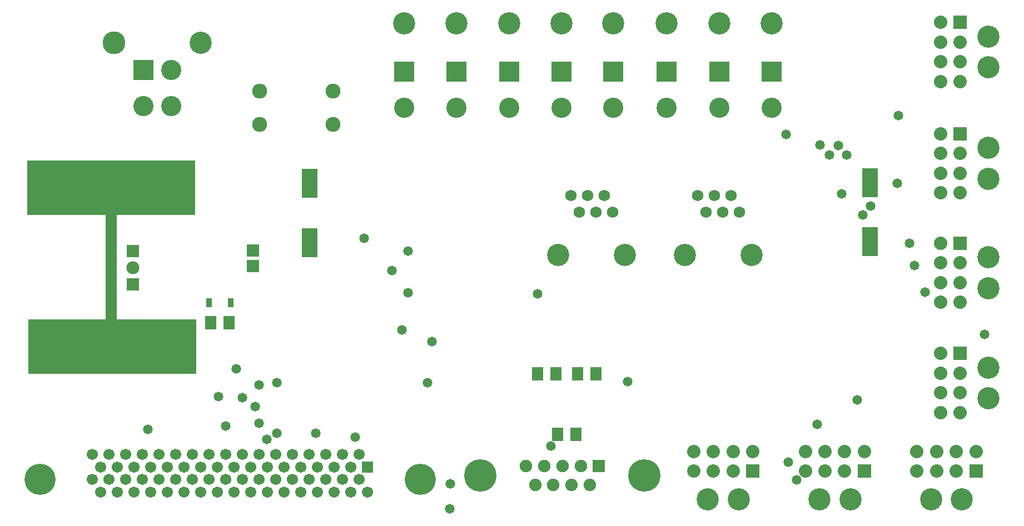
<source format=gts>
%FSLAX23Y23*%
%MOIN*%
G70*
G01*
G75*
%ADD10R,0.060X0.650*%
%ADD11R,1.000X0.320*%
%ADD12R,0.070X0.070*%
%ADD13R,0.063X0.071*%
%ADD14R,0.030X0.045*%
%ADD15R,0.090X0.170*%
%ADD16C,0.040*%
%ADD17C,0.010*%
%ADD18C,0.080*%
%ADD19C,0.150*%
%ADD20C,0.060*%
%ADD21C,0.050*%
%ADD22C,0.072*%
%ADD23C,0.070*%
%ADD24C,0.059*%
%ADD25C,0.059*%
%ADD26C,0.179*%
%ADD27R,0.059X0.059*%
%ADD28C,0.067*%
%ADD29C,0.067*%
%ADD30R,0.067X0.067*%
%ADD31C,0.187*%
%ADD32C,0.187*%
%ADD33C,0.060*%
%ADD34R,0.072X0.072*%
%ADD35R,0.113X0.113*%
%ADD36C,0.082*%
%ADD37C,0.113*%
%ADD38C,0.125*%
%ADD39C,0.129*%
%ADD40C,0.050*%
%ADD41C,0.008*%
%ADD42C,0.006*%
%ADD43R,0.312X0.837*%
%ADD44R,0.068X0.658*%
%ADD45R,1.008X0.328*%
%ADD46R,0.078X0.078*%
%ADD47R,0.071X0.079*%
%ADD48R,0.038X0.053*%
%ADD49R,0.098X0.178*%
%ADD50C,0.080*%
%ADD51C,0.078*%
%ADD52C,0.008*%
%ADD53C,0.067*%
%ADD54C,0.067*%
%ADD55C,0.187*%
%ADD56R,0.067X0.067*%
%ADD57C,0.075*%
%ADD58C,0.075*%
%ADD59R,0.075X0.075*%
%ADD60C,0.195*%
%ADD61C,0.195*%
%ADD62C,0.068*%
%ADD63R,0.080X0.080*%
%ADD64R,0.121X0.121*%
%ADD65C,0.090*%
%ADD66C,0.121*%
%ADD67C,0.133*%
%ADD68C,0.137*%
%ADD69C,0.058*%
D44*
X-1050Y2900D02*
D03*
D45*
Y3380D02*
D03*
X-1045Y2425D02*
D03*
D46*
X-200Y3003D02*
D03*
Y2910D02*
D03*
X-920Y2800D02*
D03*
Y3000D02*
D03*
D47*
X1504Y2264D02*
D03*
X1614D02*
D03*
X-455Y2569D02*
D03*
X-345D02*
D03*
X1854Y2264D02*
D03*
X1744D02*
D03*
X1735Y1900D02*
D03*
X1625D02*
D03*
D48*
X-334Y2689D02*
D03*
X-466D02*
D03*
D49*
X140Y3050D02*
D03*
Y3405D02*
D03*
X3500Y3410D02*
D03*
Y3055D02*
D03*
D50*
X4016Y1679D02*
D03*
X3922Y3349D02*
D03*
Y3467D02*
D03*
Y3585D02*
D03*
X3922Y2693D02*
D03*
Y2811D02*
D03*
Y2929D02*
D03*
X3898Y1679D02*
D03*
X4040Y3467D02*
D03*
X4040Y2811D02*
D03*
X3780Y1679D02*
D03*
X4040Y3349D02*
D03*
X4040Y2693D02*
D03*
X3111Y1797D02*
D03*
X2442D02*
D03*
X3922Y2031D02*
D03*
Y2267D02*
D03*
X4040Y2031D02*
D03*
X3922Y4018D02*
D03*
Y4254D02*
D03*
X4040Y4018D02*
D03*
X3229Y1679D02*
D03*
X3465Y1797D02*
D03*
X2560Y1679D02*
D03*
X2796Y1797D02*
D03*
X4040Y4254D02*
D03*
X3229Y1797D02*
D03*
X2560D02*
D03*
X3922Y2149D02*
D03*
Y2385D02*
D03*
X4040Y2149D02*
D03*
X3922Y4136D02*
D03*
Y4373D02*
D03*
X4040Y4136D02*
D03*
X3111Y1679D02*
D03*
X3347D02*
D03*
Y1797D02*
D03*
X2442Y1679D02*
D03*
X2678D02*
D03*
Y1797D02*
D03*
X4040Y2267D02*
D03*
X4134Y1797D02*
D03*
X3922Y3703D02*
D03*
X3922Y3047D02*
D03*
X4016Y1797D02*
D03*
X3898D02*
D03*
X3780D02*
D03*
X4040Y2929D02*
D03*
X4040Y3585D02*
D03*
D51*
X-920Y2900D02*
D03*
D52*
X-1050Y2400D02*
D03*
Y3400D02*
D03*
D53*
X337Y1779D02*
D03*
X287Y1704D02*
D03*
X-413D02*
D03*
X-463Y1779D02*
D03*
X-513Y1704D02*
D03*
X-613D02*
D03*
X-663Y1779D02*
D03*
X-713Y1704D02*
D03*
X-763Y1779D02*
D03*
X-913Y1704D02*
D03*
X-963Y1779D02*
D03*
X-1013Y1704D02*
D03*
X-1063Y1779D02*
D03*
X-563D02*
D03*
X-1163Y1629D02*
D03*
X-1113Y1554D02*
D03*
Y1704D02*
D03*
X37Y1629D02*
D03*
X87Y1554D02*
D03*
X37Y1779D02*
D03*
X87Y1704D02*
D03*
X287Y1554D02*
D03*
X337Y1629D02*
D03*
X-613Y1554D02*
D03*
X-663Y1629D02*
D03*
X-713Y1554D02*
D03*
X-763Y1629D02*
D03*
X-413Y1554D02*
D03*
X-463Y1629D02*
D03*
X-513Y1554D02*
D03*
X-563Y1629D02*
D03*
X-913Y1554D02*
D03*
X-963Y1629D02*
D03*
X-1013Y1554D02*
D03*
X-1063Y1629D02*
D03*
X437Y1779D02*
D03*
X387Y1704D02*
D03*
X237Y1779D02*
D03*
X187Y1704D02*
D03*
X137Y1779D02*
D03*
X-13Y1704D02*
D03*
X-63Y1779D02*
D03*
X-113Y1704D02*
D03*
X-163Y1779D02*
D03*
X-213Y1704D02*
D03*
X-263Y1779D02*
D03*
X-313Y1704D02*
D03*
X-363Y1779D02*
D03*
X-813Y1704D02*
D03*
X-863Y1779D02*
D03*
X487Y1554D02*
D03*
X437Y1629D02*
D03*
X387Y1554D02*
D03*
X237Y1629D02*
D03*
X187Y1554D02*
D03*
X137Y1629D02*
D03*
X-13Y1554D02*
D03*
X-63Y1629D02*
D03*
X-113Y1554D02*
D03*
X-213D02*
D03*
X-263Y1629D02*
D03*
X-313Y1554D02*
D03*
X-363Y1629D02*
D03*
X-813Y1554D02*
D03*
X-863Y1629D02*
D03*
D54*
X-1163Y1779D02*
D03*
X-163Y1629D02*
D03*
D55*
X802D02*
D03*
X-1478D02*
D03*
D56*
X487Y1704D02*
D03*
D57*
X1437Y1709D02*
D03*
X1491Y1597D02*
D03*
X1546Y1709D02*
D03*
X1600Y1597D02*
D03*
X1710D02*
D03*
X1764Y1709D02*
D03*
X1819Y1597D02*
D03*
D58*
X1655Y1709D02*
D03*
D59*
X1873D02*
D03*
D60*
X2147Y1653D02*
D03*
D61*
X1163D02*
D03*
D62*
X1904Y3332D02*
D03*
X1854Y3232D02*
D03*
X1704Y3332D02*
D03*
X2664D02*
D03*
X2614Y3232D02*
D03*
X2464Y3332D02*
D03*
X2564D02*
D03*
X1804D02*
D03*
X2514Y3232D02*
D03*
X1754D02*
D03*
X2714D02*
D03*
X1954D02*
D03*
D63*
X3465Y1679D02*
D03*
X2796D02*
D03*
X4040Y4373D02*
D03*
Y3047D02*
D03*
X4040Y3703D02*
D03*
X4134Y1679D02*
D03*
X4040Y2385D02*
D03*
D64*
X705Y4078D02*
D03*
X1335D02*
D03*
X1020D02*
D03*
X2280D02*
D03*
X1960D02*
D03*
X1650D02*
D03*
X-858Y4086D02*
D03*
X2910Y4078D02*
D03*
X2595D02*
D03*
D65*
X280Y3760D02*
D03*
Y3960D02*
D03*
X-160D02*
D03*
Y3760D02*
D03*
D66*
X705Y3861D02*
D03*
X1335D02*
D03*
X1020D02*
D03*
X2280D02*
D03*
X1960D02*
D03*
X1650D02*
D03*
X-692Y3869D02*
D03*
X-858D02*
D03*
X-692Y4086D02*
D03*
X2910Y3861D02*
D03*
X2595D02*
D03*
D67*
X705Y4365D02*
D03*
X1335D02*
D03*
X2280D02*
D03*
X1960D02*
D03*
X1650D02*
D03*
X2789Y2977D02*
D03*
X2029D02*
D03*
X1629D02*
D03*
X4210Y4103D02*
D03*
X2712Y1509D02*
D03*
X2527D02*
D03*
X4210Y2963D02*
D03*
Y2778D02*
D03*
X4210Y3619D02*
D03*
Y3434D02*
D03*
X3381Y1509D02*
D03*
X3196D02*
D03*
X4210Y2116D02*
D03*
X4050Y1509D02*
D03*
X3865D02*
D03*
X1020Y4365D02*
D03*
X2389Y2977D02*
D03*
X4210Y4288D02*
D03*
Y2301D02*
D03*
X-515Y4251D02*
D03*
X2910Y4365D02*
D03*
X2595D02*
D03*
D68*
X-1035Y4251D02*
D03*
D69*
X4184Y2501D02*
D03*
X464Y3078D02*
D03*
X-832Y1930D02*
D03*
X632Y2882D02*
D03*
X691Y2526D02*
D03*
X979Y1454D02*
D03*
X982Y1604D02*
D03*
X873Y2455D02*
D03*
X3183Y1961D02*
D03*
X845Y2211D02*
D03*
X-57D02*
D03*
Y1908D02*
D03*
X729Y2751D02*
D03*
Y3000D02*
D03*
X-163Y2196D02*
D03*
X2044Y2217D02*
D03*
X-363Y1950D02*
D03*
X-302Y2294D02*
D03*
X1585Y1830D02*
D03*
X413Y1882D02*
D03*
X-163Y1965D02*
D03*
X3830Y2752D02*
D03*
X3009Y1732D02*
D03*
X177Y1906D02*
D03*
X3423Y2107D02*
D03*
X-263Y2121D02*
D03*
X-408Y2125D02*
D03*
X-118Y1870D02*
D03*
X3060Y1627D02*
D03*
X-188Y2065D02*
D03*
X3457Y3215D02*
D03*
X3503Y3269D02*
D03*
X3764Y2912D02*
D03*
X3329Y3344D02*
D03*
X1504Y2743D02*
D03*
X3359Y3577D02*
D03*
X3310Y3634D02*
D03*
X3255Y3577D02*
D03*
X3200Y3635D02*
D03*
X3663Y3408D02*
D03*
X3737Y3047D02*
D03*
X3669Y3812D02*
D03*
X2995Y3700D02*
D03*
M02*

</source>
